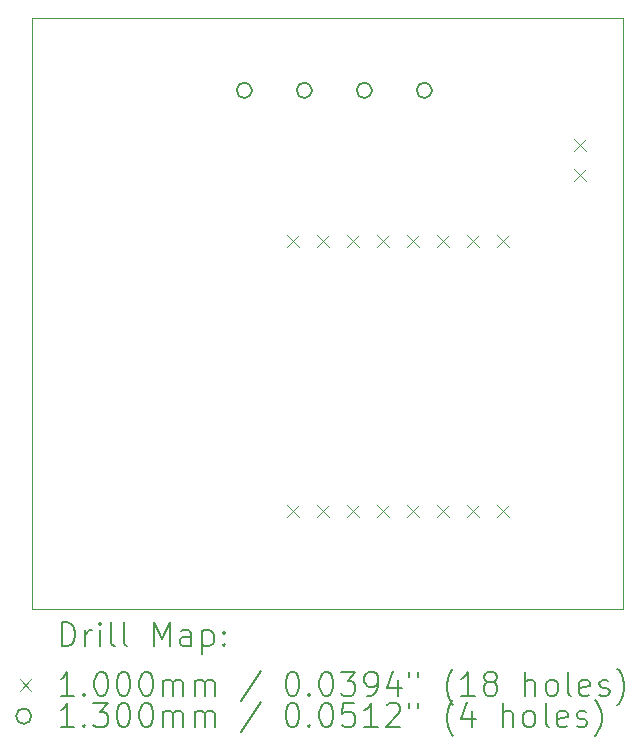
<source format=gbr>
%TF.GenerationSoftware,KiCad,Pcbnew,6.0.11+dfsg-1*%
%TF.CreationDate,2023-05-14T21:59:04-06:00*%
%TF.ProjectId,dsc-arduino-interface,6473632d-6172-4647-9569-6e6f2d696e74,rev?*%
%TF.SameCoordinates,Original*%
%TF.FileFunction,Drillmap*%
%TF.FilePolarity,Positive*%
%FSLAX45Y45*%
G04 Gerber Fmt 4.5, Leading zero omitted, Abs format (unit mm)*
G04 Created by KiCad (PCBNEW 6.0.11+dfsg-1) date 2023-05-14 21:59:04*
%MOMM*%
%LPD*%
G01*
G04 APERTURE LIST*
%ADD10C,0.100000*%
%ADD11C,0.200000*%
%ADD12C,0.130000*%
G04 APERTURE END LIST*
D10*
X8000000Y-4900000D02*
X13000000Y-4900000D01*
X13000000Y-4900000D02*
X13000000Y-9900000D01*
X13000000Y-9900000D02*
X8000000Y-9900000D01*
X8000000Y-9900000D02*
X8000000Y-4900000D01*
D11*
D10*
X10161000Y-6738500D02*
X10261000Y-6838500D01*
X10261000Y-6738500D02*
X10161000Y-6838500D01*
X10161000Y-9024500D02*
X10261000Y-9124500D01*
X10261000Y-9024500D02*
X10161000Y-9124500D01*
X10415000Y-6738500D02*
X10515000Y-6838500D01*
X10515000Y-6738500D02*
X10415000Y-6838500D01*
X10415000Y-9024500D02*
X10515000Y-9124500D01*
X10515000Y-9024500D02*
X10415000Y-9124500D01*
X10669000Y-6738500D02*
X10769000Y-6838500D01*
X10769000Y-6738500D02*
X10669000Y-6838500D01*
X10669000Y-9024500D02*
X10769000Y-9124500D01*
X10769000Y-9024500D02*
X10669000Y-9124500D01*
X10923000Y-6738500D02*
X11023000Y-6838500D01*
X11023000Y-6738500D02*
X10923000Y-6838500D01*
X10923000Y-9024500D02*
X11023000Y-9124500D01*
X11023000Y-9024500D02*
X10923000Y-9124500D01*
X11177000Y-6738500D02*
X11277000Y-6838500D01*
X11277000Y-6738500D02*
X11177000Y-6838500D01*
X11177000Y-9024500D02*
X11277000Y-9124500D01*
X11277000Y-9024500D02*
X11177000Y-9124500D01*
X11431000Y-6738500D02*
X11531000Y-6838500D01*
X11531000Y-6738500D02*
X11431000Y-6838500D01*
X11431000Y-9024500D02*
X11531000Y-9124500D01*
X11531000Y-9024500D02*
X11431000Y-9124500D01*
X11685000Y-6738500D02*
X11785000Y-6838500D01*
X11785000Y-6738500D02*
X11685000Y-6838500D01*
X11685000Y-9024500D02*
X11785000Y-9124500D01*
X11785000Y-9024500D02*
X11685000Y-9124500D01*
X11939000Y-6738500D02*
X12039000Y-6838500D01*
X12039000Y-6738500D02*
X11939000Y-6838500D01*
X11939000Y-9024500D02*
X12039000Y-9124500D01*
X12039000Y-9024500D02*
X11939000Y-9124500D01*
X12590000Y-5923500D02*
X12690000Y-6023500D01*
X12690000Y-5923500D02*
X12590000Y-6023500D01*
X12590000Y-6177500D02*
X12690000Y-6277500D01*
X12690000Y-6177500D02*
X12590000Y-6277500D01*
D12*
X9863000Y-5510500D02*
G75*
G03*
X9863000Y-5510500I-65000J0D01*
G01*
X10371000Y-5510500D02*
G75*
G03*
X10371000Y-5510500I-65000J0D01*
G01*
X10879000Y-5510500D02*
G75*
G03*
X10879000Y-5510500I-65000J0D01*
G01*
X11387000Y-5510500D02*
G75*
G03*
X11387000Y-5510500I-65000J0D01*
G01*
D11*
X8252619Y-10215476D02*
X8252619Y-10015476D01*
X8300238Y-10015476D01*
X8328809Y-10025000D01*
X8347857Y-10044048D01*
X8357381Y-10063095D01*
X8366905Y-10101190D01*
X8366905Y-10129762D01*
X8357381Y-10167857D01*
X8347857Y-10186905D01*
X8328809Y-10205952D01*
X8300238Y-10215476D01*
X8252619Y-10215476D01*
X8452619Y-10215476D02*
X8452619Y-10082143D01*
X8452619Y-10120238D02*
X8462143Y-10101190D01*
X8471667Y-10091667D01*
X8490714Y-10082143D01*
X8509762Y-10082143D01*
X8576429Y-10215476D02*
X8576429Y-10082143D01*
X8576429Y-10015476D02*
X8566905Y-10025000D01*
X8576429Y-10034524D01*
X8585952Y-10025000D01*
X8576429Y-10015476D01*
X8576429Y-10034524D01*
X8700238Y-10215476D02*
X8681190Y-10205952D01*
X8671667Y-10186905D01*
X8671667Y-10015476D01*
X8805000Y-10215476D02*
X8785952Y-10205952D01*
X8776429Y-10186905D01*
X8776429Y-10015476D01*
X9033571Y-10215476D02*
X9033571Y-10015476D01*
X9100238Y-10158333D01*
X9166905Y-10015476D01*
X9166905Y-10215476D01*
X9347857Y-10215476D02*
X9347857Y-10110714D01*
X9338333Y-10091667D01*
X9319286Y-10082143D01*
X9281190Y-10082143D01*
X9262143Y-10091667D01*
X9347857Y-10205952D02*
X9328810Y-10215476D01*
X9281190Y-10215476D01*
X9262143Y-10205952D01*
X9252619Y-10186905D01*
X9252619Y-10167857D01*
X9262143Y-10148810D01*
X9281190Y-10139286D01*
X9328810Y-10139286D01*
X9347857Y-10129762D01*
X9443095Y-10082143D02*
X9443095Y-10282143D01*
X9443095Y-10091667D02*
X9462143Y-10082143D01*
X9500238Y-10082143D01*
X9519286Y-10091667D01*
X9528810Y-10101190D01*
X9538333Y-10120238D01*
X9538333Y-10177381D01*
X9528810Y-10196429D01*
X9519286Y-10205952D01*
X9500238Y-10215476D01*
X9462143Y-10215476D01*
X9443095Y-10205952D01*
X9624048Y-10196429D02*
X9633571Y-10205952D01*
X9624048Y-10215476D01*
X9614524Y-10205952D01*
X9624048Y-10196429D01*
X9624048Y-10215476D01*
X9624048Y-10091667D02*
X9633571Y-10101190D01*
X9624048Y-10110714D01*
X9614524Y-10101190D01*
X9624048Y-10091667D01*
X9624048Y-10110714D01*
D10*
X7895000Y-10495000D02*
X7995000Y-10595000D01*
X7995000Y-10495000D02*
X7895000Y-10595000D01*
D11*
X8357381Y-10635476D02*
X8243095Y-10635476D01*
X8300238Y-10635476D02*
X8300238Y-10435476D01*
X8281190Y-10464048D01*
X8262143Y-10483095D01*
X8243095Y-10492619D01*
X8443095Y-10616429D02*
X8452619Y-10625952D01*
X8443095Y-10635476D01*
X8433571Y-10625952D01*
X8443095Y-10616429D01*
X8443095Y-10635476D01*
X8576429Y-10435476D02*
X8595476Y-10435476D01*
X8614524Y-10445000D01*
X8624048Y-10454524D01*
X8633571Y-10473571D01*
X8643095Y-10511667D01*
X8643095Y-10559286D01*
X8633571Y-10597381D01*
X8624048Y-10616429D01*
X8614524Y-10625952D01*
X8595476Y-10635476D01*
X8576429Y-10635476D01*
X8557381Y-10625952D01*
X8547857Y-10616429D01*
X8538333Y-10597381D01*
X8528810Y-10559286D01*
X8528810Y-10511667D01*
X8538333Y-10473571D01*
X8547857Y-10454524D01*
X8557381Y-10445000D01*
X8576429Y-10435476D01*
X8766905Y-10435476D02*
X8785952Y-10435476D01*
X8805000Y-10445000D01*
X8814524Y-10454524D01*
X8824048Y-10473571D01*
X8833571Y-10511667D01*
X8833571Y-10559286D01*
X8824048Y-10597381D01*
X8814524Y-10616429D01*
X8805000Y-10625952D01*
X8785952Y-10635476D01*
X8766905Y-10635476D01*
X8747857Y-10625952D01*
X8738333Y-10616429D01*
X8728810Y-10597381D01*
X8719286Y-10559286D01*
X8719286Y-10511667D01*
X8728810Y-10473571D01*
X8738333Y-10454524D01*
X8747857Y-10445000D01*
X8766905Y-10435476D01*
X8957381Y-10435476D02*
X8976429Y-10435476D01*
X8995476Y-10445000D01*
X9005000Y-10454524D01*
X9014524Y-10473571D01*
X9024048Y-10511667D01*
X9024048Y-10559286D01*
X9014524Y-10597381D01*
X9005000Y-10616429D01*
X8995476Y-10625952D01*
X8976429Y-10635476D01*
X8957381Y-10635476D01*
X8938333Y-10625952D01*
X8928810Y-10616429D01*
X8919286Y-10597381D01*
X8909762Y-10559286D01*
X8909762Y-10511667D01*
X8919286Y-10473571D01*
X8928810Y-10454524D01*
X8938333Y-10445000D01*
X8957381Y-10435476D01*
X9109762Y-10635476D02*
X9109762Y-10502143D01*
X9109762Y-10521190D02*
X9119286Y-10511667D01*
X9138333Y-10502143D01*
X9166905Y-10502143D01*
X9185952Y-10511667D01*
X9195476Y-10530714D01*
X9195476Y-10635476D01*
X9195476Y-10530714D02*
X9205000Y-10511667D01*
X9224048Y-10502143D01*
X9252619Y-10502143D01*
X9271667Y-10511667D01*
X9281190Y-10530714D01*
X9281190Y-10635476D01*
X9376429Y-10635476D02*
X9376429Y-10502143D01*
X9376429Y-10521190D02*
X9385952Y-10511667D01*
X9405000Y-10502143D01*
X9433571Y-10502143D01*
X9452619Y-10511667D01*
X9462143Y-10530714D01*
X9462143Y-10635476D01*
X9462143Y-10530714D02*
X9471667Y-10511667D01*
X9490714Y-10502143D01*
X9519286Y-10502143D01*
X9538333Y-10511667D01*
X9547857Y-10530714D01*
X9547857Y-10635476D01*
X9938333Y-10425952D02*
X9766905Y-10683095D01*
X10195476Y-10435476D02*
X10214524Y-10435476D01*
X10233571Y-10445000D01*
X10243095Y-10454524D01*
X10252619Y-10473571D01*
X10262143Y-10511667D01*
X10262143Y-10559286D01*
X10252619Y-10597381D01*
X10243095Y-10616429D01*
X10233571Y-10625952D01*
X10214524Y-10635476D01*
X10195476Y-10635476D01*
X10176429Y-10625952D01*
X10166905Y-10616429D01*
X10157381Y-10597381D01*
X10147857Y-10559286D01*
X10147857Y-10511667D01*
X10157381Y-10473571D01*
X10166905Y-10454524D01*
X10176429Y-10445000D01*
X10195476Y-10435476D01*
X10347857Y-10616429D02*
X10357381Y-10625952D01*
X10347857Y-10635476D01*
X10338333Y-10625952D01*
X10347857Y-10616429D01*
X10347857Y-10635476D01*
X10481190Y-10435476D02*
X10500238Y-10435476D01*
X10519286Y-10445000D01*
X10528810Y-10454524D01*
X10538333Y-10473571D01*
X10547857Y-10511667D01*
X10547857Y-10559286D01*
X10538333Y-10597381D01*
X10528810Y-10616429D01*
X10519286Y-10625952D01*
X10500238Y-10635476D01*
X10481190Y-10635476D01*
X10462143Y-10625952D01*
X10452619Y-10616429D01*
X10443095Y-10597381D01*
X10433571Y-10559286D01*
X10433571Y-10511667D01*
X10443095Y-10473571D01*
X10452619Y-10454524D01*
X10462143Y-10445000D01*
X10481190Y-10435476D01*
X10614524Y-10435476D02*
X10738333Y-10435476D01*
X10671667Y-10511667D01*
X10700238Y-10511667D01*
X10719286Y-10521190D01*
X10728810Y-10530714D01*
X10738333Y-10549762D01*
X10738333Y-10597381D01*
X10728810Y-10616429D01*
X10719286Y-10625952D01*
X10700238Y-10635476D01*
X10643095Y-10635476D01*
X10624048Y-10625952D01*
X10614524Y-10616429D01*
X10833571Y-10635476D02*
X10871667Y-10635476D01*
X10890714Y-10625952D01*
X10900238Y-10616429D01*
X10919286Y-10587857D01*
X10928810Y-10549762D01*
X10928810Y-10473571D01*
X10919286Y-10454524D01*
X10909762Y-10445000D01*
X10890714Y-10435476D01*
X10852619Y-10435476D01*
X10833571Y-10445000D01*
X10824048Y-10454524D01*
X10814524Y-10473571D01*
X10814524Y-10521190D01*
X10824048Y-10540238D01*
X10833571Y-10549762D01*
X10852619Y-10559286D01*
X10890714Y-10559286D01*
X10909762Y-10549762D01*
X10919286Y-10540238D01*
X10928810Y-10521190D01*
X11100238Y-10502143D02*
X11100238Y-10635476D01*
X11052619Y-10425952D02*
X11005000Y-10568810D01*
X11128810Y-10568810D01*
X11195476Y-10435476D02*
X11195476Y-10473571D01*
X11271667Y-10435476D02*
X11271667Y-10473571D01*
X11566905Y-10711667D02*
X11557381Y-10702143D01*
X11538333Y-10673571D01*
X11528809Y-10654524D01*
X11519286Y-10625952D01*
X11509762Y-10578333D01*
X11509762Y-10540238D01*
X11519286Y-10492619D01*
X11528809Y-10464048D01*
X11538333Y-10445000D01*
X11557381Y-10416429D01*
X11566905Y-10406905D01*
X11747857Y-10635476D02*
X11633571Y-10635476D01*
X11690714Y-10635476D02*
X11690714Y-10435476D01*
X11671667Y-10464048D01*
X11652619Y-10483095D01*
X11633571Y-10492619D01*
X11862143Y-10521190D02*
X11843095Y-10511667D01*
X11833571Y-10502143D01*
X11824048Y-10483095D01*
X11824048Y-10473571D01*
X11833571Y-10454524D01*
X11843095Y-10445000D01*
X11862143Y-10435476D01*
X11900238Y-10435476D01*
X11919286Y-10445000D01*
X11928809Y-10454524D01*
X11938333Y-10473571D01*
X11938333Y-10483095D01*
X11928809Y-10502143D01*
X11919286Y-10511667D01*
X11900238Y-10521190D01*
X11862143Y-10521190D01*
X11843095Y-10530714D01*
X11833571Y-10540238D01*
X11824048Y-10559286D01*
X11824048Y-10597381D01*
X11833571Y-10616429D01*
X11843095Y-10625952D01*
X11862143Y-10635476D01*
X11900238Y-10635476D01*
X11919286Y-10625952D01*
X11928809Y-10616429D01*
X11938333Y-10597381D01*
X11938333Y-10559286D01*
X11928809Y-10540238D01*
X11919286Y-10530714D01*
X11900238Y-10521190D01*
X12176428Y-10635476D02*
X12176428Y-10435476D01*
X12262143Y-10635476D02*
X12262143Y-10530714D01*
X12252619Y-10511667D01*
X12233571Y-10502143D01*
X12205000Y-10502143D01*
X12185952Y-10511667D01*
X12176428Y-10521190D01*
X12385952Y-10635476D02*
X12366905Y-10625952D01*
X12357381Y-10616429D01*
X12347857Y-10597381D01*
X12347857Y-10540238D01*
X12357381Y-10521190D01*
X12366905Y-10511667D01*
X12385952Y-10502143D01*
X12414524Y-10502143D01*
X12433571Y-10511667D01*
X12443095Y-10521190D01*
X12452619Y-10540238D01*
X12452619Y-10597381D01*
X12443095Y-10616429D01*
X12433571Y-10625952D01*
X12414524Y-10635476D01*
X12385952Y-10635476D01*
X12566905Y-10635476D02*
X12547857Y-10625952D01*
X12538333Y-10606905D01*
X12538333Y-10435476D01*
X12719286Y-10625952D02*
X12700238Y-10635476D01*
X12662143Y-10635476D01*
X12643095Y-10625952D01*
X12633571Y-10606905D01*
X12633571Y-10530714D01*
X12643095Y-10511667D01*
X12662143Y-10502143D01*
X12700238Y-10502143D01*
X12719286Y-10511667D01*
X12728809Y-10530714D01*
X12728809Y-10549762D01*
X12633571Y-10568810D01*
X12805000Y-10625952D02*
X12824048Y-10635476D01*
X12862143Y-10635476D01*
X12881190Y-10625952D01*
X12890714Y-10606905D01*
X12890714Y-10597381D01*
X12881190Y-10578333D01*
X12862143Y-10568810D01*
X12833571Y-10568810D01*
X12814524Y-10559286D01*
X12805000Y-10540238D01*
X12805000Y-10530714D01*
X12814524Y-10511667D01*
X12833571Y-10502143D01*
X12862143Y-10502143D01*
X12881190Y-10511667D01*
X12957381Y-10711667D02*
X12966905Y-10702143D01*
X12985952Y-10673571D01*
X12995476Y-10654524D01*
X13005000Y-10625952D01*
X13014524Y-10578333D01*
X13014524Y-10540238D01*
X13005000Y-10492619D01*
X12995476Y-10464048D01*
X12985952Y-10445000D01*
X12966905Y-10416429D01*
X12957381Y-10406905D01*
D12*
X7995000Y-10809000D02*
G75*
G03*
X7995000Y-10809000I-65000J0D01*
G01*
D11*
X8357381Y-10899476D02*
X8243095Y-10899476D01*
X8300238Y-10899476D02*
X8300238Y-10699476D01*
X8281190Y-10728048D01*
X8262143Y-10747095D01*
X8243095Y-10756619D01*
X8443095Y-10880429D02*
X8452619Y-10889952D01*
X8443095Y-10899476D01*
X8433571Y-10889952D01*
X8443095Y-10880429D01*
X8443095Y-10899476D01*
X8519286Y-10699476D02*
X8643095Y-10699476D01*
X8576429Y-10775667D01*
X8605000Y-10775667D01*
X8624048Y-10785190D01*
X8633571Y-10794714D01*
X8643095Y-10813762D01*
X8643095Y-10861381D01*
X8633571Y-10880429D01*
X8624048Y-10889952D01*
X8605000Y-10899476D01*
X8547857Y-10899476D01*
X8528810Y-10889952D01*
X8519286Y-10880429D01*
X8766905Y-10699476D02*
X8785952Y-10699476D01*
X8805000Y-10709000D01*
X8814524Y-10718524D01*
X8824048Y-10737571D01*
X8833571Y-10775667D01*
X8833571Y-10823286D01*
X8824048Y-10861381D01*
X8814524Y-10880429D01*
X8805000Y-10889952D01*
X8785952Y-10899476D01*
X8766905Y-10899476D01*
X8747857Y-10889952D01*
X8738333Y-10880429D01*
X8728810Y-10861381D01*
X8719286Y-10823286D01*
X8719286Y-10775667D01*
X8728810Y-10737571D01*
X8738333Y-10718524D01*
X8747857Y-10709000D01*
X8766905Y-10699476D01*
X8957381Y-10699476D02*
X8976429Y-10699476D01*
X8995476Y-10709000D01*
X9005000Y-10718524D01*
X9014524Y-10737571D01*
X9024048Y-10775667D01*
X9024048Y-10823286D01*
X9014524Y-10861381D01*
X9005000Y-10880429D01*
X8995476Y-10889952D01*
X8976429Y-10899476D01*
X8957381Y-10899476D01*
X8938333Y-10889952D01*
X8928810Y-10880429D01*
X8919286Y-10861381D01*
X8909762Y-10823286D01*
X8909762Y-10775667D01*
X8919286Y-10737571D01*
X8928810Y-10718524D01*
X8938333Y-10709000D01*
X8957381Y-10699476D01*
X9109762Y-10899476D02*
X9109762Y-10766143D01*
X9109762Y-10785190D02*
X9119286Y-10775667D01*
X9138333Y-10766143D01*
X9166905Y-10766143D01*
X9185952Y-10775667D01*
X9195476Y-10794714D01*
X9195476Y-10899476D01*
X9195476Y-10794714D02*
X9205000Y-10775667D01*
X9224048Y-10766143D01*
X9252619Y-10766143D01*
X9271667Y-10775667D01*
X9281190Y-10794714D01*
X9281190Y-10899476D01*
X9376429Y-10899476D02*
X9376429Y-10766143D01*
X9376429Y-10785190D02*
X9385952Y-10775667D01*
X9405000Y-10766143D01*
X9433571Y-10766143D01*
X9452619Y-10775667D01*
X9462143Y-10794714D01*
X9462143Y-10899476D01*
X9462143Y-10794714D02*
X9471667Y-10775667D01*
X9490714Y-10766143D01*
X9519286Y-10766143D01*
X9538333Y-10775667D01*
X9547857Y-10794714D01*
X9547857Y-10899476D01*
X9938333Y-10689952D02*
X9766905Y-10947095D01*
X10195476Y-10699476D02*
X10214524Y-10699476D01*
X10233571Y-10709000D01*
X10243095Y-10718524D01*
X10252619Y-10737571D01*
X10262143Y-10775667D01*
X10262143Y-10823286D01*
X10252619Y-10861381D01*
X10243095Y-10880429D01*
X10233571Y-10889952D01*
X10214524Y-10899476D01*
X10195476Y-10899476D01*
X10176429Y-10889952D01*
X10166905Y-10880429D01*
X10157381Y-10861381D01*
X10147857Y-10823286D01*
X10147857Y-10775667D01*
X10157381Y-10737571D01*
X10166905Y-10718524D01*
X10176429Y-10709000D01*
X10195476Y-10699476D01*
X10347857Y-10880429D02*
X10357381Y-10889952D01*
X10347857Y-10899476D01*
X10338333Y-10889952D01*
X10347857Y-10880429D01*
X10347857Y-10899476D01*
X10481190Y-10699476D02*
X10500238Y-10699476D01*
X10519286Y-10709000D01*
X10528810Y-10718524D01*
X10538333Y-10737571D01*
X10547857Y-10775667D01*
X10547857Y-10823286D01*
X10538333Y-10861381D01*
X10528810Y-10880429D01*
X10519286Y-10889952D01*
X10500238Y-10899476D01*
X10481190Y-10899476D01*
X10462143Y-10889952D01*
X10452619Y-10880429D01*
X10443095Y-10861381D01*
X10433571Y-10823286D01*
X10433571Y-10775667D01*
X10443095Y-10737571D01*
X10452619Y-10718524D01*
X10462143Y-10709000D01*
X10481190Y-10699476D01*
X10728810Y-10699476D02*
X10633571Y-10699476D01*
X10624048Y-10794714D01*
X10633571Y-10785190D01*
X10652619Y-10775667D01*
X10700238Y-10775667D01*
X10719286Y-10785190D01*
X10728810Y-10794714D01*
X10738333Y-10813762D01*
X10738333Y-10861381D01*
X10728810Y-10880429D01*
X10719286Y-10889952D01*
X10700238Y-10899476D01*
X10652619Y-10899476D01*
X10633571Y-10889952D01*
X10624048Y-10880429D01*
X10928810Y-10899476D02*
X10814524Y-10899476D01*
X10871667Y-10899476D02*
X10871667Y-10699476D01*
X10852619Y-10728048D01*
X10833571Y-10747095D01*
X10814524Y-10756619D01*
X11005000Y-10718524D02*
X11014524Y-10709000D01*
X11033571Y-10699476D01*
X11081190Y-10699476D01*
X11100238Y-10709000D01*
X11109762Y-10718524D01*
X11119286Y-10737571D01*
X11119286Y-10756619D01*
X11109762Y-10785190D01*
X10995476Y-10899476D01*
X11119286Y-10899476D01*
X11195476Y-10699476D02*
X11195476Y-10737571D01*
X11271667Y-10699476D02*
X11271667Y-10737571D01*
X11566905Y-10975667D02*
X11557381Y-10966143D01*
X11538333Y-10937571D01*
X11528809Y-10918524D01*
X11519286Y-10889952D01*
X11509762Y-10842333D01*
X11509762Y-10804238D01*
X11519286Y-10756619D01*
X11528809Y-10728048D01*
X11538333Y-10709000D01*
X11557381Y-10680429D01*
X11566905Y-10670905D01*
X11728809Y-10766143D02*
X11728809Y-10899476D01*
X11681190Y-10689952D02*
X11633571Y-10832810D01*
X11757381Y-10832810D01*
X11985952Y-10899476D02*
X11985952Y-10699476D01*
X12071667Y-10899476D02*
X12071667Y-10794714D01*
X12062143Y-10775667D01*
X12043095Y-10766143D01*
X12014524Y-10766143D01*
X11995476Y-10775667D01*
X11985952Y-10785190D01*
X12195476Y-10899476D02*
X12176428Y-10889952D01*
X12166905Y-10880429D01*
X12157381Y-10861381D01*
X12157381Y-10804238D01*
X12166905Y-10785190D01*
X12176428Y-10775667D01*
X12195476Y-10766143D01*
X12224048Y-10766143D01*
X12243095Y-10775667D01*
X12252619Y-10785190D01*
X12262143Y-10804238D01*
X12262143Y-10861381D01*
X12252619Y-10880429D01*
X12243095Y-10889952D01*
X12224048Y-10899476D01*
X12195476Y-10899476D01*
X12376428Y-10899476D02*
X12357381Y-10889952D01*
X12347857Y-10870905D01*
X12347857Y-10699476D01*
X12528809Y-10889952D02*
X12509762Y-10899476D01*
X12471667Y-10899476D01*
X12452619Y-10889952D01*
X12443095Y-10870905D01*
X12443095Y-10794714D01*
X12452619Y-10775667D01*
X12471667Y-10766143D01*
X12509762Y-10766143D01*
X12528809Y-10775667D01*
X12538333Y-10794714D01*
X12538333Y-10813762D01*
X12443095Y-10832810D01*
X12614524Y-10889952D02*
X12633571Y-10899476D01*
X12671667Y-10899476D01*
X12690714Y-10889952D01*
X12700238Y-10870905D01*
X12700238Y-10861381D01*
X12690714Y-10842333D01*
X12671667Y-10832810D01*
X12643095Y-10832810D01*
X12624048Y-10823286D01*
X12614524Y-10804238D01*
X12614524Y-10794714D01*
X12624048Y-10775667D01*
X12643095Y-10766143D01*
X12671667Y-10766143D01*
X12690714Y-10775667D01*
X12766905Y-10975667D02*
X12776428Y-10966143D01*
X12795476Y-10937571D01*
X12805000Y-10918524D01*
X12814524Y-10889952D01*
X12824048Y-10842333D01*
X12824048Y-10804238D01*
X12814524Y-10756619D01*
X12805000Y-10728048D01*
X12795476Y-10709000D01*
X12776428Y-10680429D01*
X12766905Y-10670905D01*
M02*

</source>
